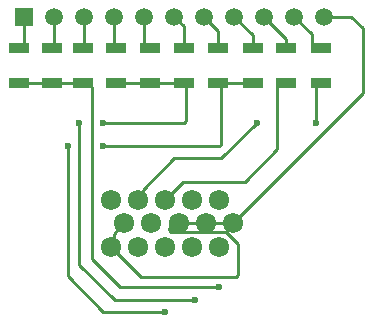
<source format=gbr>
G04*
G04 #@! TF.GenerationSoftware,Altium Limited,Altium Designer,22.4.2 (48)*
G04*
G04 Layer_Physical_Order=1*
G04 Layer_Color=255*
%FSLAX25Y25*%
%MOIN*%
G70*
G04*
G04 #@! TF.SameCoordinates,550AB15D-F781-4C29-8757-C47261610ABA*
G04*
G04*
G04 #@! TF.FilePolarity,Positive*
G04*
G01*
G75*
%ADD12C,0.01000*%
%ADD13R,0.06811X0.03819*%
%ADD20C,0.05937*%
%ADD21R,0.05937X0.05937*%
%ADD22C,0.06787*%
%ADD23C,0.02362*%
D12*
X43307Y21654D02*
Y64961D01*
X55118D02*
X93902D01*
X94488Y65546D02*
Y85061D01*
X93902Y64961D02*
X94488Y65546D01*
X66760Y48731D02*
X68281Y50253D01*
X66760Y47165D02*
Y48731D01*
X68281Y50565D02*
X78776Y61059D01*
X68281Y50253D02*
Y50565D01*
X78740Y61024D02*
X94488D01*
X106299Y72835D01*
X125984D02*
Y84700D01*
X127394Y86109D02*
X127625D01*
X125984Y84700D02*
X127394Y86109D01*
X81799Y53149D02*
X102362D01*
X75815Y47165D02*
X81799Y53149D01*
X114646Y86109D02*
X116142D01*
X113236Y84700D02*
X114646Y86109D01*
X113236Y64024D02*
Y84700D01*
X102362Y53149D02*
X113236Y64024D01*
X43307Y21654D02*
X55118Y9842D01*
X55143Y9867D02*
X75847D01*
X55118Y9842D02*
X55143Y9867D01*
X48460Y86109D02*
X49956D01*
X47244Y25591D02*
X59096Y13738D01*
X51366Y27374D02*
X60630Y18110D01*
X47244Y25591D02*
Y72835D01*
X51366Y27374D02*
Y84700D01*
X49956Y86109D02*
X51366Y84700D01*
X38124Y86109D02*
X48460D01*
X55118Y72835D02*
X82091D01*
X93439Y86109D02*
X94488Y85061D01*
X93439Y86109D02*
X104986D01*
X141732Y82677D02*
Y104331D01*
X98425Y39370D02*
X141732Y82677D01*
X137795Y108268D02*
X141732Y104331D01*
X128740Y108268D02*
X137795D01*
X57705Y31575D02*
X67893Y21386D01*
X99541D01*
X100127Y21972D01*
X59096Y13738D02*
X85660D01*
X60630Y18110D02*
X93941D01*
X82677Y73420D02*
Y85455D01*
X82091Y72835D02*
X82677Y73420D01*
X82023Y86109D02*
X82677Y85455D01*
X70801Y86109D02*
X82023D01*
X59435D02*
X70801D01*
X93925Y31575D02*
X93933Y31567D01*
X100127Y21972D02*
Y32294D01*
X95952Y36468D02*
X100127Y32294D01*
X82843Y36468D02*
X95952D01*
X77845Y36466D02*
X82840D01*
X77259Y37051D02*
X77845Y36466D01*
X77259Y37051D02*
Y37880D01*
X82840Y36466D02*
X82843Y36468D01*
X77259Y37880D02*
X78749Y39370D01*
X80315D01*
X58744Y35910D02*
X62205Y39370D01*
X58744Y32614D02*
Y35910D01*
X57705Y31575D02*
X58744Y32614D01*
X80315Y39370D02*
X89370D01*
X98425D01*
X118740Y108268D02*
X124719Y102288D01*
X126129Y97763D02*
X127625D01*
X124719Y99172D02*
X126129Y97763D01*
X124719Y99172D02*
Y102288D01*
X108740Y108268D02*
X116142Y100866D01*
Y97763D02*
Y100866D01*
X93439Y97763D02*
Y103568D01*
X88740Y108268D02*
X93439Y103568D01*
X78740Y108268D02*
X82023Y104985D01*
Y97763D02*
Y104985D01*
X98740Y108268D02*
X104986Y102021D01*
Y97763D02*
Y102021D01*
X90534Y99172D02*
X91943Y97763D01*
X93439D01*
X88740Y106932D02*
Y108268D01*
X79117Y99172D02*
X80527Y97763D01*
X82023D01*
X68740Y99172D02*
X70150Y97763D01*
X68740Y99172D02*
Y108268D01*
X70150Y97763D02*
X70801D01*
X58740Y98458D02*
Y108268D01*
Y98458D02*
X59435Y97763D01*
X27146Y86109D02*
X38124D01*
X48740Y98043D02*
Y108268D01*
X48460Y97763D02*
X48740Y98043D01*
X38124Y97763D02*
X38740Y98379D01*
Y108268D01*
X27331Y97763D02*
X28740Y99172D01*
Y108268D01*
X27146Y97763D02*
X27331D01*
D13*
X127625Y97763D02*
D03*
Y86109D02*
D03*
X104986Y97763D02*
D03*
Y86109D02*
D03*
X93439Y97763D02*
D03*
Y86109D02*
D03*
X82023Y97763D02*
D03*
Y86109D02*
D03*
X70801Y97763D02*
D03*
Y86109D02*
D03*
X59435Y97763D02*
D03*
Y86109D02*
D03*
X48460Y97763D02*
D03*
Y86109D02*
D03*
X38124Y97763D02*
D03*
Y86109D02*
D03*
X27146Y97763D02*
D03*
Y86109D02*
D03*
X116142Y97763D02*
D03*
Y86109D02*
D03*
D20*
X68740Y108268D02*
D03*
X58740D02*
D03*
X48740D02*
D03*
X38740D02*
D03*
X78740D02*
D03*
X128740D02*
D03*
X118740D02*
D03*
X108740D02*
D03*
X98740D02*
D03*
X88740D02*
D03*
D21*
X28740D02*
D03*
D22*
X93925Y47165D02*
D03*
X84870D02*
D03*
X75815D02*
D03*
X66760D02*
D03*
X57705D02*
D03*
Y31575D02*
D03*
X75815D02*
D03*
X66760D02*
D03*
X84870D02*
D03*
X93925D02*
D03*
X62205Y39370D02*
D03*
X80315D02*
D03*
X71260D02*
D03*
X89370D02*
D03*
X98425D02*
D03*
D23*
X43307Y64961D02*
D03*
X55118D02*
D03*
X106299Y72835D02*
D03*
X125984D02*
D03*
X75847Y9867D02*
D03*
X47244Y72835D02*
D03*
X55118D02*
D03*
X85660Y13738D02*
D03*
X93941Y18110D02*
D03*
M02*

</source>
